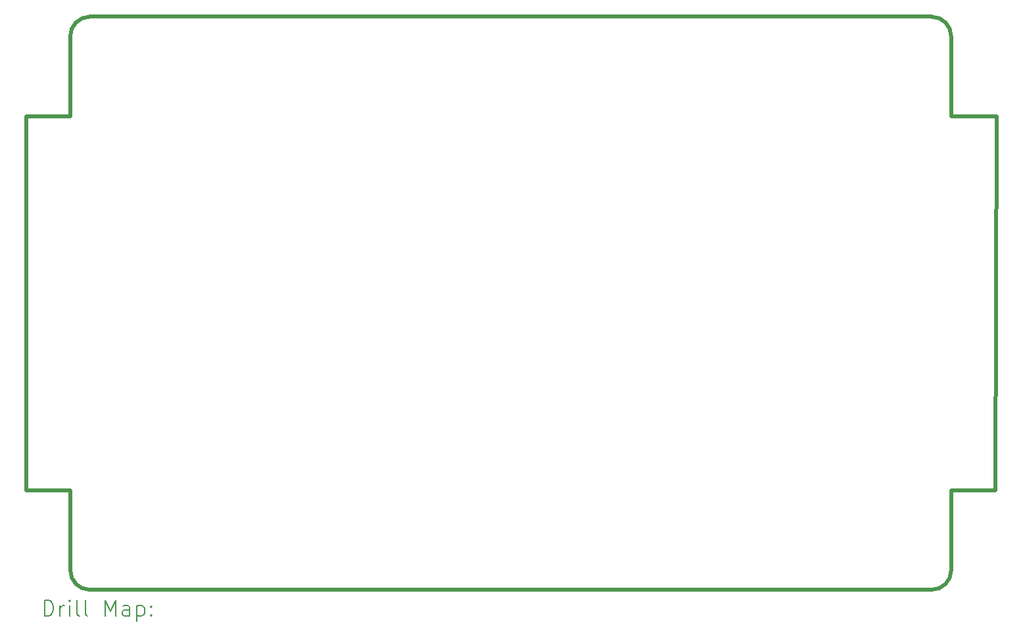
<source format=gbr>
%TF.GenerationSoftware,KiCad,Pcbnew,9.0.1*%
%TF.CreationDate,2025-08-01T20:54:46+02:00*%
%TF.ProjectId,monaco-gp-28,6d6f6e61-636f-42d6-9770-2d32382e6b69,rev?*%
%TF.SameCoordinates,Original*%
%TF.FileFunction,Drillmap*%
%TF.FilePolarity,Positive*%
%FSLAX45Y45*%
G04 Gerber Fmt 4.5, Leading zero omitted, Abs format (unit mm)*
G04 Created by KiCad (PCBNEW 9.0.1) date 2025-08-01 20:54:46*
%MOMM*%
%LPD*%
G01*
G04 APERTURE LIST*
%ADD10C,0.500000*%
%ADD11C,0.200000*%
G04 APERTURE END LIST*
D10*
X597300Y-6183000D02*
X30300Y-6183000D01*
X11940000Y-1366000D02*
X12524300Y-1366000D01*
X597000Y-1369000D02*
X30000Y-1369000D01*
X11940300Y-6186000D02*
X12507300Y-6186000D01*
X30300Y-1369000D02*
X30300Y-6183000D01*
X12524300Y-1366000D02*
X12507300Y-6186000D01*
X597000Y-336000D02*
X597000Y-1369000D01*
X847000Y-86000D02*
X11690000Y-86000D01*
X11940000Y-336000D02*
X11940000Y-1366000D01*
X597000Y-336000D02*
G75*
G02*
X847000Y-86000I250000J0D01*
G01*
X11690000Y-86000D02*
G75*
G02*
X11940000Y-336000I0J-250000D01*
G01*
X597300Y-7216000D02*
X597300Y-6183000D01*
X847300Y-7466000D02*
X11690300Y-7466000D01*
X11940300Y-7216000D02*
X11940300Y-6186000D01*
X847300Y-7466000D02*
G75*
G02*
X597300Y-7216000I0J250000D01*
G01*
X11940300Y-7216000D02*
G75*
G02*
X11690300Y-7466000I-250000J0D01*
G01*
D11*
X265777Y-7802484D02*
X265777Y-7602484D01*
X265777Y-7602484D02*
X313396Y-7602484D01*
X313396Y-7602484D02*
X341967Y-7612008D01*
X341967Y-7612008D02*
X361015Y-7631055D01*
X361015Y-7631055D02*
X370539Y-7650103D01*
X370539Y-7650103D02*
X380062Y-7688198D01*
X380062Y-7688198D02*
X380062Y-7716769D01*
X380062Y-7716769D02*
X370539Y-7754865D01*
X370539Y-7754865D02*
X361015Y-7773912D01*
X361015Y-7773912D02*
X341967Y-7792960D01*
X341967Y-7792960D02*
X313396Y-7802484D01*
X313396Y-7802484D02*
X265777Y-7802484D01*
X465777Y-7802484D02*
X465777Y-7669150D01*
X465777Y-7707246D02*
X475301Y-7688198D01*
X475301Y-7688198D02*
X484824Y-7678674D01*
X484824Y-7678674D02*
X503872Y-7669150D01*
X503872Y-7669150D02*
X522920Y-7669150D01*
X589586Y-7802484D02*
X589586Y-7669150D01*
X589586Y-7602484D02*
X580063Y-7612008D01*
X580063Y-7612008D02*
X589586Y-7621531D01*
X589586Y-7621531D02*
X599110Y-7612008D01*
X599110Y-7612008D02*
X589586Y-7602484D01*
X589586Y-7602484D02*
X589586Y-7621531D01*
X713396Y-7802484D02*
X694348Y-7792960D01*
X694348Y-7792960D02*
X684824Y-7773912D01*
X684824Y-7773912D02*
X684824Y-7602484D01*
X818158Y-7802484D02*
X799110Y-7792960D01*
X799110Y-7792960D02*
X789586Y-7773912D01*
X789586Y-7773912D02*
X789586Y-7602484D01*
X1046729Y-7802484D02*
X1046729Y-7602484D01*
X1046729Y-7602484D02*
X1113396Y-7745341D01*
X1113396Y-7745341D02*
X1180063Y-7602484D01*
X1180063Y-7602484D02*
X1180063Y-7802484D01*
X1361015Y-7802484D02*
X1361015Y-7697722D01*
X1361015Y-7697722D02*
X1351491Y-7678674D01*
X1351491Y-7678674D02*
X1332444Y-7669150D01*
X1332444Y-7669150D02*
X1294348Y-7669150D01*
X1294348Y-7669150D02*
X1275301Y-7678674D01*
X1361015Y-7792960D02*
X1341967Y-7802484D01*
X1341967Y-7802484D02*
X1294348Y-7802484D01*
X1294348Y-7802484D02*
X1275301Y-7792960D01*
X1275301Y-7792960D02*
X1265777Y-7773912D01*
X1265777Y-7773912D02*
X1265777Y-7754865D01*
X1265777Y-7754865D02*
X1275301Y-7735817D01*
X1275301Y-7735817D02*
X1294348Y-7726293D01*
X1294348Y-7726293D02*
X1341967Y-7726293D01*
X1341967Y-7726293D02*
X1361015Y-7716769D01*
X1456253Y-7669150D02*
X1456253Y-7869150D01*
X1456253Y-7678674D02*
X1475301Y-7669150D01*
X1475301Y-7669150D02*
X1513396Y-7669150D01*
X1513396Y-7669150D02*
X1532443Y-7678674D01*
X1532443Y-7678674D02*
X1541967Y-7688198D01*
X1541967Y-7688198D02*
X1551491Y-7707246D01*
X1551491Y-7707246D02*
X1551491Y-7764388D01*
X1551491Y-7764388D02*
X1541967Y-7783436D01*
X1541967Y-7783436D02*
X1532443Y-7792960D01*
X1532443Y-7792960D02*
X1513396Y-7802484D01*
X1513396Y-7802484D02*
X1475301Y-7802484D01*
X1475301Y-7802484D02*
X1456253Y-7792960D01*
X1637205Y-7783436D02*
X1646729Y-7792960D01*
X1646729Y-7792960D02*
X1637205Y-7802484D01*
X1637205Y-7802484D02*
X1627682Y-7792960D01*
X1627682Y-7792960D02*
X1637205Y-7783436D01*
X1637205Y-7783436D02*
X1637205Y-7802484D01*
X1637205Y-7678674D02*
X1646729Y-7688198D01*
X1646729Y-7688198D02*
X1637205Y-7697722D01*
X1637205Y-7697722D02*
X1627682Y-7688198D01*
X1627682Y-7688198D02*
X1637205Y-7678674D01*
X1637205Y-7678674D02*
X1637205Y-7697722D01*
M02*

</source>
